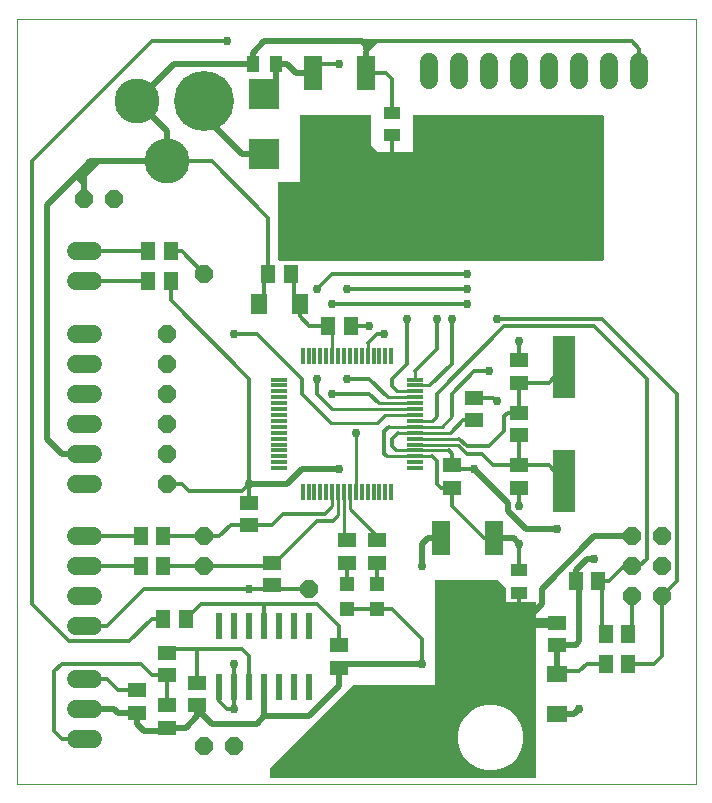
<source format=gtl>
G04 EAGLE Gerber RS-274X export*
G75*
%MOMM*%
%FSLAX34Y34*%
%LPD*%
%INTop Layer*%
%IPPOS*%
%AMOC8*
5,1,8,0,0,1.08239X$1,22.5*%
G01*
%ADD10C,0.000000*%
%ADD11P,1.649562X8X22.500000*%
%ADD12P,1.649562X8X112.500000*%
%ADD13R,1.500000X1.300000*%
%ADD14R,1.300000X1.500000*%
%ADD15R,0.300000X1.475000*%
%ADD16R,1.475000X0.300000*%
%ADD17R,0.600000X2.200000*%
%ADD18R,1.930400X5.334000*%
%ADD19R,4.826000X4.191000*%
%ADD20R,1.600200X2.997200*%
%ADD21R,1.117600X1.422400*%
%ADD22R,1.422400X1.117600*%
%ADD23C,3.810000*%
%ADD24C,5.080000*%
%ADD25R,2.540000X2.540000*%
%ADD26C,1.508000*%
%ADD27R,1.200000X1.200000*%
%ADD28R,1.400000X1.800000*%
%ADD29R,1.800000X1.400000*%
%ADD30C,0.508000*%
%ADD31C,0.304800*%
%ADD32C,0.756400*%
%ADD33C,0.254000*%
%ADD34C,0.812800*%

G36*
X495326Y442980D02*
X495326Y442980D01*
X495352Y442978D01*
X495499Y443000D01*
X495646Y443017D01*
X495671Y443025D01*
X495697Y443029D01*
X495835Y443084D01*
X495974Y443134D01*
X495996Y443148D01*
X496021Y443158D01*
X496142Y443243D01*
X496267Y443323D01*
X496285Y443342D01*
X496307Y443357D01*
X496406Y443467D01*
X496509Y443574D01*
X496523Y443596D01*
X496540Y443616D01*
X496612Y443746D01*
X496688Y443873D01*
X496696Y443898D01*
X496709Y443921D01*
X496749Y444064D01*
X496794Y444205D01*
X496796Y444231D01*
X496804Y444256D01*
X496823Y444500D01*
X496823Y565150D01*
X496820Y565176D01*
X496822Y565202D01*
X496800Y565349D01*
X496783Y565496D01*
X496775Y565521D01*
X496771Y565547D01*
X496716Y565685D01*
X496666Y565824D01*
X496652Y565846D01*
X496642Y565871D01*
X496557Y565992D01*
X496477Y566117D01*
X496458Y566135D01*
X496443Y566157D01*
X496333Y566256D01*
X496226Y566359D01*
X496204Y566373D01*
X496184Y566390D01*
X496054Y566462D01*
X495927Y566538D01*
X495902Y566546D01*
X495879Y566559D01*
X495736Y566599D01*
X495595Y566644D01*
X495569Y566646D01*
X495544Y566654D01*
X495300Y566673D01*
X336550Y566673D01*
X336524Y566670D01*
X336498Y566672D01*
X336351Y566650D01*
X336204Y566633D01*
X336179Y566625D01*
X336153Y566621D01*
X336015Y566566D01*
X335876Y566516D01*
X335854Y566502D01*
X335829Y566492D01*
X335708Y566407D01*
X335583Y566327D01*
X335565Y566308D01*
X335543Y566293D01*
X335444Y566183D01*
X335341Y566076D01*
X335327Y566054D01*
X335310Y566034D01*
X335238Y565904D01*
X335162Y565777D01*
X335154Y565752D01*
X335141Y565729D01*
X335101Y565586D01*
X335056Y565445D01*
X335054Y565419D01*
X335046Y565394D01*
X335027Y565150D01*
X335027Y534923D01*
X305431Y534923D01*
X299973Y540381D01*
X299973Y565150D01*
X299970Y565176D01*
X299972Y565202D01*
X299950Y565349D01*
X299933Y565496D01*
X299925Y565521D01*
X299921Y565547D01*
X299866Y565685D01*
X299816Y565824D01*
X299802Y565846D01*
X299792Y565871D01*
X299707Y565992D01*
X299627Y566117D01*
X299608Y566135D01*
X299593Y566157D01*
X299483Y566256D01*
X299376Y566359D01*
X299354Y566373D01*
X299334Y566390D01*
X299204Y566462D01*
X299077Y566538D01*
X299052Y566546D01*
X299029Y566559D01*
X298886Y566599D01*
X298745Y566644D01*
X298719Y566646D01*
X298694Y566654D01*
X298450Y566673D01*
X241300Y566673D01*
X241274Y566670D01*
X241248Y566672D01*
X241101Y566650D01*
X240954Y566633D01*
X240929Y566625D01*
X240903Y566621D01*
X240765Y566566D01*
X240626Y566516D01*
X240604Y566502D01*
X240579Y566492D01*
X240458Y566407D01*
X240333Y566327D01*
X240315Y566308D01*
X240293Y566293D01*
X240194Y566183D01*
X240091Y566076D01*
X240077Y566054D01*
X240060Y566034D01*
X239988Y565904D01*
X239912Y565777D01*
X239904Y565752D01*
X239891Y565729D01*
X239851Y565586D01*
X239806Y565445D01*
X239804Y565419D01*
X239796Y565394D01*
X239777Y565150D01*
X239777Y509523D01*
X222250Y509523D01*
X222224Y509520D01*
X222198Y509522D01*
X222051Y509500D01*
X221904Y509483D01*
X221879Y509475D01*
X221853Y509471D01*
X221715Y509416D01*
X221576Y509366D01*
X221554Y509352D01*
X221529Y509342D01*
X221408Y509257D01*
X221283Y509177D01*
X221265Y509158D01*
X221243Y509143D01*
X221144Y509033D01*
X221041Y508926D01*
X221027Y508904D01*
X221010Y508884D01*
X220938Y508754D01*
X220862Y508627D01*
X220854Y508602D01*
X220841Y508579D01*
X220801Y508436D01*
X220756Y508295D01*
X220754Y508269D01*
X220746Y508244D01*
X220727Y508000D01*
X220727Y444500D01*
X220730Y444474D01*
X220728Y444448D01*
X220750Y444301D01*
X220767Y444154D01*
X220775Y444129D01*
X220779Y444103D01*
X220834Y443965D01*
X220884Y443826D01*
X220898Y443804D01*
X220908Y443779D01*
X220993Y443658D01*
X221073Y443533D01*
X221092Y443515D01*
X221107Y443493D01*
X221217Y443394D01*
X221324Y443291D01*
X221346Y443277D01*
X221366Y443260D01*
X221496Y443188D01*
X221623Y443112D01*
X221648Y443104D01*
X221671Y443091D01*
X221814Y443051D01*
X221955Y443006D01*
X221981Y443004D01*
X222006Y442996D01*
X222250Y442977D01*
X495300Y442977D01*
X495326Y442980D01*
G37*
G36*
X438176Y4830D02*
X438176Y4830D01*
X438202Y4828D01*
X438349Y4850D01*
X438496Y4867D01*
X438521Y4875D01*
X438547Y4879D01*
X438685Y4934D01*
X438824Y4984D01*
X438846Y4998D01*
X438871Y5008D01*
X438992Y5093D01*
X439117Y5173D01*
X439135Y5192D01*
X439157Y5207D01*
X439256Y5317D01*
X439359Y5424D01*
X439373Y5446D01*
X439390Y5466D01*
X439462Y5596D01*
X439538Y5723D01*
X439546Y5748D01*
X439559Y5771D01*
X439599Y5914D01*
X439644Y6055D01*
X439646Y6081D01*
X439654Y6106D01*
X439673Y6350D01*
X439673Y152400D01*
X439670Y152426D01*
X439672Y152452D01*
X439650Y152599D01*
X439633Y152746D01*
X439625Y152771D01*
X439621Y152797D01*
X439566Y152935D01*
X439516Y153074D01*
X439502Y153096D01*
X439492Y153121D01*
X439407Y153242D01*
X439327Y153367D01*
X439308Y153385D01*
X439293Y153407D01*
X439183Y153506D01*
X439076Y153609D01*
X439054Y153623D01*
X439034Y153640D01*
X438904Y153712D01*
X438777Y153788D01*
X438752Y153796D01*
X438729Y153809D01*
X438586Y153849D01*
X438445Y153894D01*
X438419Y153896D01*
X438394Y153904D01*
X438150Y153923D01*
X414273Y153923D01*
X414273Y165100D01*
X414259Y165226D01*
X414252Y165352D01*
X414239Y165398D01*
X414233Y165446D01*
X414191Y165565D01*
X414156Y165687D01*
X414132Y165729D01*
X414116Y165774D01*
X414047Y165881D01*
X413986Y165991D01*
X413946Y166037D01*
X413927Y166067D01*
X413892Y166101D01*
X413827Y166177D01*
X407477Y172527D01*
X407378Y172606D01*
X407284Y172690D01*
X407242Y172714D01*
X407204Y172744D01*
X407090Y172798D01*
X406979Y172859D01*
X406933Y172872D01*
X406889Y172893D01*
X406766Y172919D01*
X406644Y172954D01*
X406583Y172959D01*
X406548Y172966D01*
X406500Y172965D01*
X406400Y172973D01*
X355600Y172973D01*
X355574Y172970D01*
X355548Y172972D01*
X355401Y172950D01*
X355254Y172933D01*
X355229Y172925D01*
X355203Y172921D01*
X355065Y172866D01*
X354926Y172816D01*
X354904Y172802D01*
X354879Y172792D01*
X354758Y172707D01*
X354633Y172627D01*
X354615Y172608D01*
X354593Y172593D01*
X354494Y172483D01*
X354391Y172376D01*
X354377Y172354D01*
X354360Y172334D01*
X354288Y172204D01*
X354212Y172077D01*
X354204Y172052D01*
X354191Y172029D01*
X354151Y171886D01*
X354106Y171745D01*
X354104Y171719D01*
X354096Y171694D01*
X354077Y171450D01*
X354077Y84073D01*
X285750Y84073D01*
X285624Y84059D01*
X285498Y84052D01*
X285452Y84039D01*
X285404Y84033D01*
X285285Y83991D01*
X285163Y83956D01*
X285121Y83932D01*
X285076Y83916D01*
X284969Y83847D01*
X284859Y83786D01*
X284813Y83746D01*
X284783Y83727D01*
X284749Y83692D01*
X284748Y83691D01*
X284745Y83689D01*
X284742Y83686D01*
X284673Y83627D01*
X214823Y13777D01*
X214744Y13678D01*
X214660Y13584D01*
X214636Y13542D01*
X214606Y13504D01*
X214552Y13390D01*
X214491Y13279D01*
X214478Y13233D01*
X214457Y13189D01*
X214431Y13066D01*
X214396Y12944D01*
X214392Y12883D01*
X214384Y12848D01*
X214385Y12800D01*
X214377Y12700D01*
X214377Y6350D01*
X214380Y6324D01*
X214378Y6298D01*
X214400Y6151D01*
X214417Y6004D01*
X214425Y5979D01*
X214429Y5953D01*
X214484Y5815D01*
X214534Y5676D01*
X214548Y5654D01*
X214558Y5629D01*
X214643Y5508D01*
X214723Y5383D01*
X214742Y5365D01*
X214757Y5343D01*
X214867Y5244D01*
X214974Y5141D01*
X214996Y5127D01*
X215016Y5110D01*
X215146Y5038D01*
X215273Y4962D01*
X215298Y4954D01*
X215321Y4941D01*
X215464Y4901D01*
X215605Y4856D01*
X215631Y4854D01*
X215656Y4846D01*
X215900Y4827D01*
X438150Y4827D01*
X438176Y4830D01*
G37*
%LPC*%
G36*
X397375Y11544D02*
X397375Y11544D01*
X390340Y13429D01*
X384032Y17070D01*
X378882Y22220D01*
X375241Y28528D01*
X373356Y35563D01*
X373356Y42846D01*
X375241Y49881D01*
X378882Y56189D01*
X384032Y61338D01*
X390340Y64980D01*
X397375Y66865D01*
X404658Y66865D01*
X411693Y64980D01*
X418001Y61338D01*
X423150Y56189D01*
X426792Y49881D01*
X428677Y42846D01*
X428677Y35563D01*
X426792Y28528D01*
X423150Y22220D01*
X418001Y17070D01*
X411693Y13429D01*
X404658Y11544D01*
X397375Y11544D01*
G37*
%LPD*%
D10*
X0Y0D02*
X574550Y0D01*
X574550Y647600D01*
X0Y647600D01*
X0Y0D01*
D11*
X158750Y31750D03*
X184150Y31750D03*
D12*
X546100Y158750D03*
X520700Y158750D03*
X546100Y184150D03*
X520700Y184150D03*
X546100Y209550D03*
X520700Y209550D03*
D11*
X127000Y254000D03*
X127000Y381000D03*
X127000Y279400D03*
X127000Y304800D03*
X127000Y330200D03*
X127000Y355600D03*
D13*
X368300Y269850D03*
X368300Y250850D03*
D14*
X498500Y127000D03*
X517500Y127000D03*
D13*
X425450Y339750D03*
X425450Y358750D03*
X425450Y269850D03*
X425450Y250850D03*
X387350Y308000D03*
X387350Y327000D03*
D11*
X158750Y431800D03*
D15*
X241900Y247420D03*
X246900Y247420D03*
X251900Y247420D03*
X256900Y247420D03*
X261900Y247420D03*
X266900Y247420D03*
X271900Y247420D03*
X276900Y247420D03*
X281900Y247420D03*
X286900Y247420D03*
X291900Y247420D03*
X296900Y247420D03*
X301900Y247420D03*
X306900Y247420D03*
X311900Y247420D03*
X316900Y247420D03*
D16*
X336780Y267300D03*
X336780Y272300D03*
X336780Y277300D03*
X336780Y282300D03*
X336780Y287300D03*
X336780Y292300D03*
X336780Y297300D03*
X336780Y302300D03*
X336780Y307300D03*
X336780Y312300D03*
X336780Y317300D03*
X336780Y322300D03*
X336780Y327300D03*
X336780Y332300D03*
X336780Y337300D03*
X336780Y342300D03*
D15*
X316900Y362180D03*
X311900Y362180D03*
X306900Y362180D03*
X301900Y362180D03*
X296900Y362180D03*
X291900Y362180D03*
X286900Y362180D03*
X281900Y362180D03*
X276900Y362180D03*
X271900Y362180D03*
X266900Y362180D03*
X261900Y362180D03*
X256900Y362180D03*
X251900Y362180D03*
X246900Y362180D03*
X241900Y362180D03*
D16*
X222020Y342300D03*
X222020Y337300D03*
X222020Y332300D03*
X222020Y327300D03*
X222020Y322300D03*
X222020Y317300D03*
X222020Y312300D03*
X222020Y307300D03*
X222020Y302300D03*
X222020Y297300D03*
X222020Y292300D03*
X222020Y287300D03*
X222020Y282300D03*
X222020Y277300D03*
X222020Y272300D03*
X222020Y267300D03*
D17*
X234950Y133950D03*
X234950Y81950D03*
X247650Y133950D03*
X222250Y133950D03*
X209550Y133950D03*
X247650Y81950D03*
X222250Y81950D03*
X209550Y81950D03*
X184150Y133950D03*
X184150Y81950D03*
X196850Y133950D03*
X171450Y133950D03*
X196850Y81950D03*
X171450Y81950D03*
D11*
X234950Y488950D03*
X247650Y165100D03*
X57150Y495300D03*
D18*
X463550Y256540D03*
X463550Y353060D03*
D13*
X425450Y295300D03*
X425450Y314300D03*
D14*
X517500Y101600D03*
X498500Y101600D03*
X492100Y171450D03*
X473100Y171450D03*
D13*
X196850Y219100D03*
X196850Y238100D03*
D14*
X282550Y387350D03*
X263550Y387350D03*
X142850Y139700D03*
X123850Y139700D03*
X130150Y450850D03*
X111150Y450850D03*
X123800Y184150D03*
X104800Y184150D03*
X123800Y209550D03*
X104800Y209550D03*
D13*
X215900Y187300D03*
X215900Y168300D03*
D11*
X158750Y209550D03*
X158750Y184150D03*
D13*
X273050Y117450D03*
X273050Y98450D03*
X127000Y111100D03*
X127000Y92100D03*
X152400Y66700D03*
X152400Y85700D03*
X127000Y66650D03*
X127000Y47650D03*
D19*
X273050Y518922D03*
D20*
X250952Y601726D03*
X295656Y601726D03*
D21*
X219075Y609600D03*
X200025Y609600D03*
D22*
X317500Y549275D03*
X317500Y568325D03*
D23*
X101600Y577850D03*
X127000Y527050D03*
D24*
X158750Y577850D03*
D25*
X209550Y584200D03*
X209550Y533400D03*
D19*
X381000Y125222D03*
D20*
X358902Y208026D03*
X403606Y208026D03*
D22*
X425450Y161925D03*
X425450Y180975D03*
D11*
X82550Y495300D03*
D14*
X111150Y425450D03*
X130150Y425450D03*
D26*
X64690Y254000D02*
X49610Y254000D01*
X49610Y279400D02*
X64690Y279400D01*
X64690Y304800D02*
X49610Y304800D01*
X49610Y330200D02*
X64690Y330200D01*
X64690Y355600D02*
X49610Y355600D01*
X49610Y381000D02*
X64690Y381000D01*
X64690Y133350D02*
X49610Y133350D01*
X49610Y158750D02*
X64690Y158750D01*
X64690Y184150D02*
X49610Y184150D01*
X49610Y209550D02*
X64690Y209550D01*
X64690Y38100D02*
X49610Y38100D01*
X49610Y63500D02*
X64690Y63500D01*
X64690Y88900D02*
X49610Y88900D01*
X49610Y425450D02*
X64690Y425450D01*
X64690Y450850D02*
X49610Y450850D01*
X527050Y595710D02*
X527050Y610790D01*
X501650Y610790D02*
X501650Y595710D01*
X476250Y595710D02*
X476250Y610790D01*
X450850Y610790D02*
X450850Y595710D01*
X425450Y595710D02*
X425450Y610790D01*
X400050Y610790D02*
X400050Y595710D01*
X374650Y595710D02*
X374650Y610790D01*
X349250Y610790D02*
X349250Y595710D01*
D13*
X304800Y206350D03*
X304800Y187350D03*
X279400Y206350D03*
X279400Y187350D03*
D27*
X304800Y148250D03*
X304800Y169250D03*
X279400Y148250D03*
X279400Y169250D03*
D14*
X231750Y431800D03*
X212750Y431800D03*
D28*
X239250Y406400D03*
X205250Y406400D03*
D13*
X101600Y79350D03*
X101600Y60350D03*
D29*
X457200Y93200D03*
X457200Y59200D03*
D13*
X457200Y136500D03*
X457200Y117500D03*
D30*
X152400Y66700D02*
X152400Y63500D01*
X165100Y50800D01*
X82550Y63500D02*
X57150Y63500D01*
X127000Y552450D02*
X101600Y577850D01*
X127000Y552450D02*
X127000Y527050D01*
X133350Y609600D02*
X196850Y609600D01*
D31*
X200025Y609600D01*
D30*
X133350Y609600D02*
X101600Y577850D01*
X295656Y601726D02*
X295656Y619760D01*
D31*
X295656Y622300D01*
D30*
X295656Y625094D01*
X292100Y628650D01*
D31*
X295656Y601726D02*
X312674Y601726D01*
X317500Y596900D01*
X317500Y568325D01*
X425450Y374650D02*
X425450Y358750D01*
D32*
X425450Y374650D03*
D33*
X336780Y302300D02*
X315000Y302300D01*
D30*
X273050Y98450D02*
X273050Y82550D01*
D31*
X403606Y208026D02*
X406400Y208026D01*
D30*
X420624Y208026D02*
X425450Y203200D01*
X420624Y208026D02*
X406400Y208026D01*
D31*
X425450Y203200D02*
X425450Y180975D01*
X406400Y208026D02*
X406400Y210820D01*
X403606Y208026D01*
D32*
X425450Y203200D03*
X342900Y101600D03*
D30*
X273050Y101600D01*
X273050Y98450D01*
D33*
X336780Y277300D02*
X351350Y277300D01*
D31*
X355600Y273050D01*
X355600Y254000D01*
X358750Y250850D01*
X368300Y250850D01*
X395224Y208026D02*
X403606Y208026D01*
X368300Y234950D02*
X368300Y250850D01*
X368300Y234950D02*
X395224Y208026D01*
X311150Y298450D02*
X315000Y302300D01*
X311150Y279284D02*
X313134Y277300D01*
X311150Y279284D02*
X311150Y298450D01*
D33*
X313134Y277300D02*
X336780Y277300D01*
D31*
X520700Y158750D02*
X520700Y130200D01*
X517500Y127000D01*
X425450Y234950D02*
X425450Y250850D01*
D32*
X425450Y234950D03*
D31*
X527050Y622300D02*
X520700Y628650D01*
X304546Y628650D01*
X302006Y628650D01*
X295656Y622300D01*
X295656Y619760D02*
X304546Y628650D01*
X299212Y628650D02*
X292100Y628650D01*
X299212Y628650D02*
X302006Y628650D01*
X299212Y628650D02*
X295656Y625094D01*
X527050Y622300D02*
X527050Y603250D01*
X304800Y148250D02*
X279400Y148250D01*
X342900Y122850D02*
X342900Y101600D01*
X342900Y122850D02*
X317500Y148250D01*
X304800Y148250D01*
D33*
X336780Y302300D02*
X359450Y302300D01*
X368300Y311150D01*
D31*
X368300Y330200D01*
X387350Y349250D02*
X400050Y349250D01*
X387350Y349250D02*
X368300Y330200D01*
D32*
X400050Y349250D03*
D31*
X403250Y327000D02*
X387350Y327000D01*
X403250Y327000D02*
X406400Y323850D01*
D32*
X406400Y323850D03*
D30*
X127000Y527050D02*
X68580Y527050D01*
X62230Y527050D01*
X56515Y521335D01*
X53340Y518160D01*
X50165Y514985D01*
X25400Y490220D01*
X57150Y515620D02*
X57150Y520700D01*
X56515Y521335D01*
X57150Y515620D02*
X57150Y508000D01*
X57150Y515620D02*
X68580Y527050D01*
X53340Y511810D02*
X57150Y508000D01*
X53340Y511810D02*
X53340Y518160D01*
X50165Y514985D02*
X53340Y511810D01*
X25400Y292100D02*
X38100Y279400D01*
X57150Y279400D01*
X25400Y292100D02*
X25400Y490220D01*
X57150Y495300D02*
X57150Y508000D01*
X200025Y609600D02*
X200025Y619125D01*
X209550Y628650D01*
X292100Y628650D01*
X142900Y47650D02*
X127000Y47650D01*
X142900Y47650D02*
X152400Y57150D01*
X152400Y66700D01*
X203200Y50800D02*
X209550Y57150D01*
X209550Y81950D01*
X203200Y50800D02*
X165100Y50800D01*
X209550Y57150D02*
X247650Y57150D01*
X273050Y82550D01*
X101600Y60350D02*
X85700Y60350D01*
X82550Y63500D01*
X101600Y60350D02*
X101600Y50800D01*
X107950Y44450D01*
X123800Y44450D01*
X127000Y47650D01*
D32*
X476250Y63500D03*
D30*
X471950Y59200D02*
X457200Y59200D01*
X471950Y59200D02*
X476250Y63500D01*
D31*
X165100Y527050D02*
X127000Y527050D01*
X212750Y479400D02*
X212750Y431800D01*
X212750Y479400D02*
X165100Y527050D01*
X212750Y431800D02*
X212750Y428650D01*
X209550Y425450D01*
X209550Y410700D02*
X205250Y406400D01*
X209550Y410700D02*
X209550Y425450D01*
D32*
X196850Y165100D03*
X196850Y254000D03*
D31*
X215900Y168300D02*
X212700Y165100D01*
X196850Y165100D01*
X130150Y409600D02*
X130150Y425450D01*
D32*
X273050Y266700D03*
D31*
X196850Y254000D02*
X196850Y238100D01*
X368300Y269850D02*
X368300Y279400D01*
X368300Y269850D02*
X371450Y266700D01*
X387350Y266700D01*
D32*
X387350Y266700D03*
D31*
X196850Y254000D02*
X196850Y342900D01*
D33*
X322700Y297300D02*
X336780Y297300D01*
D31*
X322700Y297300D02*
X317500Y292100D01*
X317500Y285750D01*
X320950Y282300D01*
D33*
X336780Y282300D01*
D31*
X365400Y282300D02*
X368300Y279400D01*
D33*
X365400Y282300D02*
X336780Y282300D01*
D31*
X196850Y342900D02*
X130150Y409600D01*
D30*
X241300Y266700D02*
X228600Y254000D01*
X196850Y254000D01*
X241300Y266700D02*
X273050Y266700D01*
D31*
X196850Y165100D02*
X107950Y165100D01*
X76200Y133350D01*
X57150Y133350D01*
D33*
X336780Y297300D02*
X367150Y297300D01*
D31*
X377850Y308000D02*
X387350Y308000D01*
X377850Y308000D02*
X367150Y297300D01*
X247650Y165100D02*
X219100Y165100D01*
X215900Y168300D01*
D30*
X457200Y117500D02*
X457200Y93200D01*
D32*
X457200Y215900D03*
D30*
X416080Y231069D02*
X416080Y237970D01*
X387350Y266700D01*
X431249Y215900D02*
X457200Y215900D01*
X431249Y215900D02*
X416080Y231069D01*
X473100Y181000D02*
X473100Y171450D01*
X482600Y190500D02*
X488950Y190500D01*
X482600Y190500D02*
X473100Y181000D01*
X473100Y117500D02*
X457200Y117500D01*
X473100Y117500D02*
X476250Y120650D01*
X476250Y168300D01*
X473100Y171450D01*
D31*
X459250Y95250D02*
X457200Y93200D01*
X459250Y95250D02*
X476250Y95250D01*
X482600Y101600D01*
X498500Y101600D01*
D32*
X488950Y190500D03*
D31*
X139700Y254000D02*
X127000Y254000D01*
X139700Y254000D02*
X146050Y247650D01*
X190500Y247650D01*
X196850Y254000D01*
X317500Y527050D02*
X317500Y549275D01*
D32*
X342900Y184150D03*
D30*
X347726Y208026D02*
X358902Y208026D01*
X347726Y208026D02*
X342900Y203200D01*
X342900Y184150D01*
D31*
X76200Y88900D02*
X57150Y88900D01*
X85750Y79350D02*
X101600Y79350D01*
X85750Y79350D02*
X76200Y88900D01*
D32*
X406400Y393700D03*
D33*
X296900Y373100D02*
X296900Y362180D01*
D31*
X296900Y373100D02*
X304800Y381000D01*
X311150Y381000D01*
D32*
X311150Y381000D03*
D31*
X517500Y101600D02*
X539750Y101600D01*
X546100Y107950D01*
X546100Y158750D01*
X495300Y393700D02*
X406400Y393700D01*
X558800Y171450D02*
X546100Y158750D01*
X558800Y171450D02*
X558800Y330200D01*
X495300Y393700D01*
X450240Y339750D02*
X425450Y339750D01*
X450240Y339750D02*
X463550Y353060D01*
X425450Y339750D02*
X425450Y314300D01*
X415900Y314300D01*
D33*
X374450Y292300D02*
X336780Y292300D01*
D31*
X374450Y292300D02*
X381000Y285750D01*
X400050Y285750D01*
X412750Y298450D01*
X412750Y311150D01*
X415900Y314300D01*
X425450Y269850D02*
X450240Y269850D01*
X463550Y256540D01*
X425450Y269850D02*
X425450Y295300D01*
D33*
X373100Y287300D02*
X336780Y287300D01*
X373100Y287300D02*
X381000Y279400D01*
D31*
X393700Y279400D01*
X403250Y269850D02*
X425450Y269850D01*
X403250Y269850D02*
X393700Y279400D01*
X492100Y171450D02*
X495300Y171450D01*
X501650Y171450D01*
X514350Y184150D02*
X520700Y184150D01*
X514350Y184150D02*
X501650Y171450D01*
X495300Y130200D02*
X498500Y127000D01*
X495300Y130200D02*
X495300Y171450D01*
X488950Y387350D02*
X412750Y387350D01*
X520700Y184150D02*
X527050Y184150D01*
X533400Y190500D01*
X533400Y342900D01*
X488950Y387350D01*
X412750Y387350D02*
X355600Y330200D01*
X355600Y311150D01*
D33*
X351750Y307300D02*
X336780Y307300D01*
X351750Y307300D02*
X355600Y311150D01*
D31*
X266900Y317300D02*
X254000Y330200D01*
X254000Y342900D01*
D32*
X254000Y342900D03*
D33*
X266900Y317300D02*
X336780Y317300D01*
D32*
X254000Y419100D03*
D31*
X266700Y431800D01*
X381000Y431800D01*
D32*
X381000Y431800D03*
D31*
X298450Y330200D02*
X306350Y322300D01*
X298450Y330200D02*
X266700Y330200D01*
D32*
X266700Y330200D03*
D33*
X306350Y322300D02*
X336780Y322300D01*
D32*
X266700Y406400D03*
X381000Y406400D03*
D31*
X266700Y406400D01*
X298450Y342900D02*
X314050Y327300D01*
X298450Y342900D02*
X279400Y342900D01*
D32*
X279400Y342900D03*
D33*
X314050Y327300D02*
X336780Y327300D01*
D32*
X279400Y419100D03*
D31*
X381000Y419100D01*
D32*
X381000Y419100D03*
D33*
X336780Y332300D02*
X321750Y332300D01*
D31*
X317500Y336550D01*
X317500Y342900D01*
X330200Y355600D01*
X330200Y393700D01*
D32*
X330200Y393700D03*
D33*
X266900Y384000D02*
X266900Y362180D01*
D31*
X266900Y384000D02*
X263550Y387350D01*
X247650Y387350D01*
X239250Y395750D02*
X239250Y406400D01*
X239250Y395750D02*
X247650Y387350D01*
X239250Y406400D02*
X234950Y410700D01*
X234950Y431800D01*
X231750Y431800D01*
D33*
X286900Y297300D02*
X286900Y247420D01*
D31*
X139700Y450850D02*
X130150Y450850D01*
X139700Y450850D02*
X158750Y431800D01*
D32*
X286900Y297300D03*
D33*
X281900Y247420D02*
X281900Y232450D01*
D31*
X304800Y209550D02*
X304800Y206350D01*
D33*
X304800Y209550D02*
X281900Y232450D01*
X276900Y247420D02*
X276900Y208850D01*
D31*
X279400Y206350D01*
X31750Y95250D02*
X31750Y44450D01*
X38100Y38100D01*
X57150Y38100D01*
X114300Y92100D02*
X127000Y92100D01*
X127000Y66650D01*
X38100Y101600D02*
X31750Y95250D01*
X38100Y101600D02*
X104800Y101600D01*
X114300Y92100D01*
D32*
X184150Y63500D03*
D31*
X184150Y81950D01*
D32*
X184150Y101600D03*
D31*
X184150Y81950D01*
X282550Y387350D02*
X298450Y387350D01*
D32*
X298450Y387350D03*
D31*
X184150Y63500D02*
X177800Y63500D01*
X171450Y69850D01*
X171450Y81950D01*
X111150Y450850D02*
X57150Y450850D01*
X57150Y209550D02*
X104800Y209550D01*
X104800Y184150D02*
X57150Y184150D01*
X209550Y152400D02*
X254000Y152400D01*
X273050Y133350D02*
X273050Y117450D01*
X273050Y133350D02*
X254000Y152400D01*
X209550Y152400D02*
X209550Y133950D01*
X209550Y152400D02*
X155550Y152400D01*
X142850Y139700D01*
X130200Y111100D02*
X127000Y111100D01*
X190500Y114300D02*
X196850Y107950D01*
X196850Y81950D01*
X130200Y114300D02*
X127000Y111100D01*
X130200Y114300D02*
X152400Y114300D01*
X190500Y114300D01*
X152400Y114300D02*
X152400Y85700D01*
D30*
X158750Y565150D02*
X158750Y577850D01*
X190500Y533400D02*
X209550Y533400D01*
X190500Y533400D02*
X158750Y565150D01*
D31*
X111150Y425450D02*
X57150Y425450D01*
X123800Y184150D02*
X158750Y184150D01*
X254000Y222250D02*
X266700Y222250D01*
D33*
X271900Y227450D02*
X271900Y247420D01*
X271900Y227450D02*
X266700Y222250D01*
D31*
X215900Y187300D02*
X212750Y184150D01*
X158750Y184150D01*
X215900Y187300D02*
X219100Y190500D01*
X222250Y190500D01*
X254000Y222250D01*
X158750Y209550D02*
X123800Y209550D01*
D33*
X266900Y235150D02*
X266900Y247420D01*
X266900Y235150D02*
X260350Y228600D01*
D31*
X225400Y228600D02*
X215900Y219100D01*
X196850Y219100D01*
X225400Y228600D02*
X260350Y228600D01*
X171450Y209550D02*
X158750Y209550D01*
X181000Y219100D02*
X196850Y219100D01*
X181000Y219100D02*
X171450Y209550D01*
D33*
X336780Y337300D02*
X350000Y337300D01*
D31*
X368300Y355600D01*
X368300Y393700D01*
D32*
X368300Y393700D03*
D33*
X336780Y349480D02*
X336780Y342300D01*
D31*
X336780Y349480D02*
X355600Y368300D01*
X355600Y393700D01*
D32*
X355600Y393700D03*
D31*
X265550Y305950D02*
X241300Y330200D01*
D33*
X311380Y312300D02*
X336780Y312300D01*
X311380Y312300D02*
X305030Y305950D01*
X265550Y305950D01*
D31*
X241300Y330200D02*
X241300Y342900D01*
X203200Y381000D02*
X184150Y381000D01*
D32*
X184150Y381000D03*
D31*
X203200Y381000D02*
X241300Y342900D01*
D30*
X236474Y601726D02*
X250952Y601726D01*
X236474Y601726D02*
X228600Y609600D01*
X219075Y609600D01*
D31*
X123850Y139700D02*
X114300Y139700D01*
X95250Y120650D01*
X44450Y120650D01*
X12700Y152400D01*
X12700Y527050D01*
X114300Y628650D01*
X177800Y628650D01*
D32*
X177800Y628650D03*
X273050Y609600D03*
D31*
X254000Y609600D01*
X250952Y606552D01*
X250952Y601726D01*
D30*
X219075Y593725D02*
X209550Y584200D01*
X219075Y593725D02*
X219075Y609600D01*
D31*
X304800Y187350D02*
X304800Y169250D01*
X279400Y169250D02*
X279400Y187350D01*
X425450Y161925D02*
X425450Y146050D01*
D34*
X435000Y136500D02*
X457200Y136500D01*
X435000Y136500D02*
X431800Y139700D01*
D30*
X488950Y209550D02*
X520700Y209550D01*
X488950Y209550D02*
X444500Y165100D01*
X444500Y152400D01*
X431800Y139700D01*
M02*

</source>
